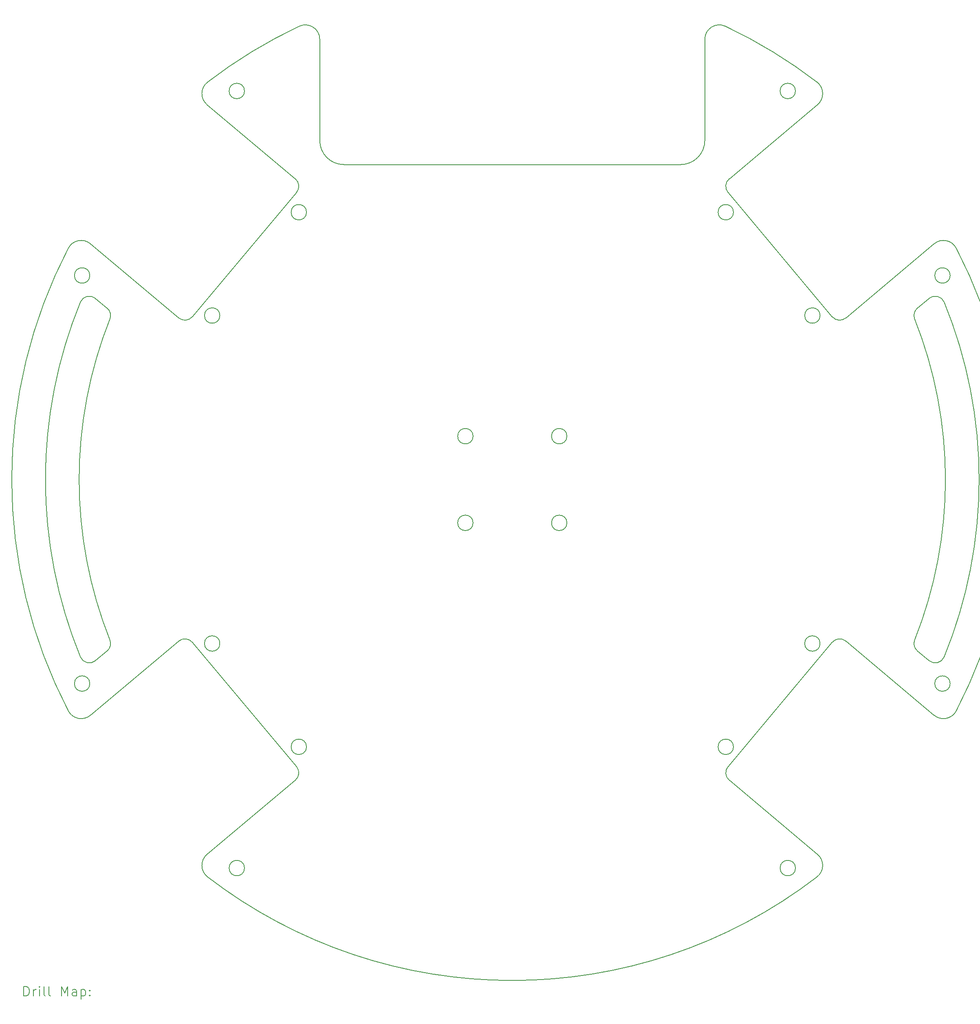
<source format=gbr>
%TF.GenerationSoftware,KiCad,Pcbnew,7.0.9*%
%TF.CreationDate,2024-02-22T22:24:12+08:00*%
%TF.ProjectId,layer1,6c617965-7231-42e6-9b69-6361645f7063,1.1*%
%TF.SameCoordinates,Original*%
%TF.FileFunction,Drillmap*%
%TF.FilePolarity,Positive*%
%FSLAX45Y45*%
G04 Gerber Fmt 4.5, Leading zero omitted, Abs format (unit mm)*
G04 Created by KiCad (PCBNEW 7.0.9) date 2024-02-22 22:24:12*
%MOMM*%
%LPD*%
G01*
G04 APERTURE LIST*
%ADD10C,0.200000*%
G04 APERTURE END LIST*
D10*
X21473145Y-16184110D02*
G75*
G03*
X21473145Y-8815890I-8973145J3684110D01*
G01*
X17007085Y-6257545D02*
X18842253Y-4717656D01*
X19148499Y-9120728D02*
X16982433Y-6539311D01*
X21598051Y-16736397D02*
G75*
G03*
X21598051Y-16736397I-160000J0D01*
G01*
X20860733Y-15831387D02*
G75*
G03*
X20860733Y-9168613I-8360733J3331388D01*
G01*
X20917970Y-8941373D02*
G75*
G03*
X20860733Y-9168613I128550J-153207D01*
G01*
X11685000Y-11600000D02*
G75*
G03*
X11685000Y-11600000I-160000J0D01*
G01*
X21159572Y-16261360D02*
G75*
G03*
X21473145Y-16184110I128558J153210D01*
G01*
X13635000Y-13400000D02*
G75*
G03*
X13635000Y-13400000I-160000J0D01*
G01*
X21265434Y-7605490D02*
X19430265Y-9145379D01*
X3526855Y-8815890D02*
G75*
G03*
X3526855Y-16184110I8973145J-3684110D01*
G01*
X6167927Y-20750143D02*
G75*
G03*
X18832073Y-20750143I6332073J8250143D01*
G01*
X8500000Y-5461072D02*
X8500000Y-3361072D01*
X13635000Y-11600000D02*
G75*
G03*
X13635000Y-11600000I-160000J0D01*
G01*
X6935887Y-4433380D02*
G75*
G03*
X6935887Y-4433380I-160000J0D01*
G01*
X16000000Y-5961072D02*
X9000000Y-5961072D01*
X18832075Y-20750145D02*
G75*
G03*
X18842253Y-20282345I-182655J237985D01*
G01*
X18832073Y-4249857D02*
G75*
G03*
X16927723Y-3089619I-6332073J-8250143D01*
G01*
X4082030Y-8941373D02*
X3840426Y-8738642D01*
X6424445Y-9095318D02*
G75*
G03*
X6424445Y-9095318I-160000J0D01*
G01*
X6424445Y-15904682D02*
G75*
G03*
X6424445Y-15904682I-160000J0D01*
G01*
X8017567Y-6539311D02*
X5851501Y-9120728D01*
X3275644Y-17303252D02*
G75*
G03*
X3734566Y-17394510I266086J138552D01*
G01*
X21598051Y-8263603D02*
G75*
G03*
X21598051Y-8263603I-160000J0D01*
G01*
X3275643Y-7696748D02*
G75*
G03*
X3275643Y-17303252I9224357J-4803252D01*
G01*
X5851500Y-15879273D02*
G75*
G03*
X5569735Y-15854621I-153210J-128567D01*
G01*
X5851501Y-15879272D02*
X8017567Y-18460689D01*
X20917970Y-16058627D02*
X21159574Y-16261358D01*
X3840426Y-16261358D02*
X4082030Y-16058627D01*
X16927724Y-3089617D02*
G75*
G03*
X16500000Y-3361072I-127724J-271453D01*
G01*
X6167927Y-4249857D02*
G75*
G03*
X6157747Y-4717656I182649J-237985D01*
G01*
X18842253Y-20282345D02*
X17007085Y-18742455D01*
X7992915Y-18742455D02*
X6157747Y-20282345D01*
X3840426Y-8738642D02*
G75*
G03*
X3526855Y-8815890I-128559J-153204D01*
G01*
X11685000Y-13400000D02*
G75*
G03*
X11685000Y-13400000I-160000J0D01*
G01*
X8224250Y-6950393D02*
G75*
G03*
X8224250Y-6950393I-160000J0D01*
G01*
X19430265Y-15854621D02*
X21265434Y-17394510D01*
X4139267Y-9168613D02*
G75*
G03*
X4139267Y-15831387I8360733J-3331387D01*
G01*
X18384113Y-4433380D02*
G75*
G03*
X18384113Y-4433380I-160000J0D01*
G01*
X18895555Y-15904682D02*
G75*
G03*
X18895555Y-15904682I-160000J0D01*
G01*
X3526858Y-16184108D02*
G75*
G03*
X3840426Y-16261357I185012J75958D01*
G01*
X3734566Y-7605490D02*
G75*
G03*
X3275643Y-7696748I-192837J-229809D01*
G01*
X4082030Y-16058627D02*
G75*
G03*
X4139267Y-15831387I-128550J153207D01*
G01*
X3734566Y-17394510D02*
X5569735Y-15854621D01*
X6157747Y-4717656D02*
X7992915Y-6257545D01*
X17095750Y-6950393D02*
G75*
G03*
X17095750Y-6950393I-160000J0D01*
G01*
X18895555Y-9095318D02*
G75*
G03*
X18895555Y-9095318I-160000J0D01*
G01*
X8017567Y-6539311D02*
G75*
G03*
X7992915Y-6257545I-153215J128557D01*
G01*
X8499998Y-3361072D02*
G75*
G03*
X8072277Y-3089619I-299998J2D01*
G01*
X21724357Y-17303252D02*
G75*
G03*
X21724357Y-7696748I-9224357J4803252D01*
G01*
X5569735Y-9145379D02*
X3734566Y-7605490D01*
X16000000Y-5961070D02*
G75*
G03*
X16500000Y-5461072I0J500000D01*
G01*
X16982433Y-18460689D02*
X19148499Y-15879272D01*
X4139262Y-9168610D02*
G75*
G03*
X4082030Y-8941373I-185802J74030D01*
G01*
X5569732Y-9145382D02*
G75*
G03*
X5851501Y-9120728I128558J153202D01*
G01*
X18842251Y-4717653D02*
G75*
G03*
X18832073Y-4249857I-192831J229813D01*
G01*
X16500000Y-3361072D02*
X16500000Y-5461072D01*
X18384113Y-20566620D02*
G75*
G03*
X18384113Y-20566620I-160000J0D01*
G01*
X8224250Y-18049607D02*
G75*
G03*
X8224250Y-18049607I-160000J0D01*
G01*
X21473142Y-8815892D02*
G75*
G03*
X21159574Y-8738643I-185012J-75958D01*
G01*
X6157747Y-20282345D02*
G75*
G03*
X6167927Y-20750143I192837J-229813D01*
G01*
X8072277Y-3089619D02*
G75*
G03*
X6167927Y-4249857I4427723J-9410381D01*
G01*
X21265433Y-17394511D02*
G75*
G03*
X21724357Y-17303252I192837J229811D01*
G01*
X3721949Y-16736397D02*
G75*
G03*
X3721949Y-16736397I-160000J0D01*
G01*
X3721949Y-8263603D02*
G75*
G03*
X3721949Y-8263603I-160000J0D01*
G01*
X21159574Y-8738642D02*
X20917970Y-8941373D01*
X21724356Y-7696748D02*
G75*
G03*
X21265434Y-7605490I-266086J-138552D01*
G01*
X7992915Y-18742455D02*
G75*
G03*
X8017567Y-18460689I-128546J153208D01*
G01*
X16982437Y-18460692D02*
G75*
G03*
X17007085Y-18742455I153203J-128558D01*
G01*
X17095750Y-18049607D02*
G75*
G03*
X17095750Y-18049607I-160000J0D01*
G01*
X8499998Y-5461072D02*
G75*
G03*
X9000000Y-5961072I500002J2D01*
G01*
X19430268Y-15854618D02*
G75*
G03*
X19148499Y-15879272I-128558J-153202D01*
G01*
X17007082Y-6257541D02*
G75*
G03*
X16982433Y-6539311I128559J-153209D01*
G01*
X6935887Y-20566620D02*
G75*
G03*
X6935887Y-20566620I-160000J0D01*
G01*
X20860736Y-15831388D02*
G75*
G03*
X20917970Y-16058627I185794J-74032D01*
G01*
X19148500Y-9120727D02*
G75*
G03*
X19430265Y-9145379I153210J128567D01*
G01*
X2350777Y-23221484D02*
X2350777Y-23021484D01*
X2350777Y-23021484D02*
X2398396Y-23021484D01*
X2398396Y-23021484D02*
X2426967Y-23031008D01*
X2426967Y-23031008D02*
X2446015Y-23050055D01*
X2446015Y-23050055D02*
X2455539Y-23069103D01*
X2455539Y-23069103D02*
X2465063Y-23107198D01*
X2465063Y-23107198D02*
X2465063Y-23135769D01*
X2465063Y-23135769D02*
X2455539Y-23173865D01*
X2455539Y-23173865D02*
X2446015Y-23192912D01*
X2446015Y-23192912D02*
X2426967Y-23211960D01*
X2426967Y-23211960D02*
X2398396Y-23221484D01*
X2398396Y-23221484D02*
X2350777Y-23221484D01*
X2550777Y-23221484D02*
X2550777Y-23088150D01*
X2550777Y-23126246D02*
X2560301Y-23107198D01*
X2560301Y-23107198D02*
X2569824Y-23097674D01*
X2569824Y-23097674D02*
X2588872Y-23088150D01*
X2588872Y-23088150D02*
X2607920Y-23088150D01*
X2674586Y-23221484D02*
X2674586Y-23088150D01*
X2674586Y-23021484D02*
X2665063Y-23031008D01*
X2665063Y-23031008D02*
X2674586Y-23040531D01*
X2674586Y-23040531D02*
X2684110Y-23031008D01*
X2684110Y-23031008D02*
X2674586Y-23021484D01*
X2674586Y-23021484D02*
X2674586Y-23040531D01*
X2798396Y-23221484D02*
X2779348Y-23211960D01*
X2779348Y-23211960D02*
X2769824Y-23192912D01*
X2769824Y-23192912D02*
X2769824Y-23021484D01*
X2903158Y-23221484D02*
X2884110Y-23211960D01*
X2884110Y-23211960D02*
X2874586Y-23192912D01*
X2874586Y-23192912D02*
X2874586Y-23021484D01*
X3131729Y-23221484D02*
X3131729Y-23021484D01*
X3131729Y-23021484D02*
X3198396Y-23164341D01*
X3198396Y-23164341D02*
X3265062Y-23021484D01*
X3265062Y-23021484D02*
X3265062Y-23221484D01*
X3446015Y-23221484D02*
X3446015Y-23116722D01*
X3446015Y-23116722D02*
X3436491Y-23097674D01*
X3436491Y-23097674D02*
X3417443Y-23088150D01*
X3417443Y-23088150D02*
X3379348Y-23088150D01*
X3379348Y-23088150D02*
X3360301Y-23097674D01*
X3446015Y-23211960D02*
X3426967Y-23221484D01*
X3426967Y-23221484D02*
X3379348Y-23221484D01*
X3379348Y-23221484D02*
X3360301Y-23211960D01*
X3360301Y-23211960D02*
X3350777Y-23192912D01*
X3350777Y-23192912D02*
X3350777Y-23173865D01*
X3350777Y-23173865D02*
X3360301Y-23154817D01*
X3360301Y-23154817D02*
X3379348Y-23145293D01*
X3379348Y-23145293D02*
X3426967Y-23145293D01*
X3426967Y-23145293D02*
X3446015Y-23135769D01*
X3541253Y-23088150D02*
X3541253Y-23288150D01*
X3541253Y-23097674D02*
X3560301Y-23088150D01*
X3560301Y-23088150D02*
X3598396Y-23088150D01*
X3598396Y-23088150D02*
X3617443Y-23097674D01*
X3617443Y-23097674D02*
X3626967Y-23107198D01*
X3626967Y-23107198D02*
X3636491Y-23126246D01*
X3636491Y-23126246D02*
X3636491Y-23183388D01*
X3636491Y-23183388D02*
X3626967Y-23202436D01*
X3626967Y-23202436D02*
X3617443Y-23211960D01*
X3617443Y-23211960D02*
X3598396Y-23221484D01*
X3598396Y-23221484D02*
X3560301Y-23221484D01*
X3560301Y-23221484D02*
X3541253Y-23211960D01*
X3722205Y-23202436D02*
X3731729Y-23211960D01*
X3731729Y-23211960D02*
X3722205Y-23221484D01*
X3722205Y-23221484D02*
X3712682Y-23211960D01*
X3712682Y-23211960D02*
X3722205Y-23202436D01*
X3722205Y-23202436D02*
X3722205Y-23221484D01*
X3722205Y-23097674D02*
X3731729Y-23107198D01*
X3731729Y-23107198D02*
X3722205Y-23116722D01*
X3722205Y-23116722D02*
X3712682Y-23107198D01*
X3712682Y-23107198D02*
X3722205Y-23097674D01*
X3722205Y-23097674D02*
X3722205Y-23116722D01*
M02*

</source>
